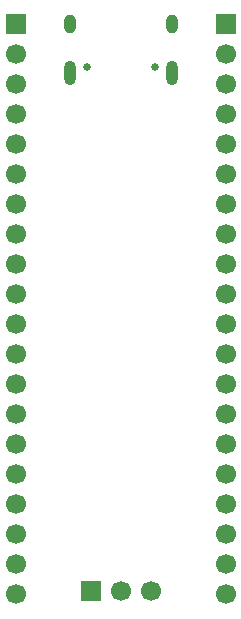
<source format=gbr>
%TF.GenerationSoftware,KiCad,Pcbnew,9.0.1*%
%TF.CreationDate,2026-01-11T04:45:37+00:00*%
%TF.ProjectId,heidi-pico,68656964-692d-4706-9963-6f2e6b696361,rev?*%
%TF.SameCoordinates,Original*%
%TF.FileFunction,Soldermask,Bot*%
%TF.FilePolarity,Negative*%
%FSLAX46Y46*%
G04 Gerber Fmt 4.6, Leading zero omitted, Abs format (unit mm)*
G04 Created by KiCad (PCBNEW 9.0.1) date 2026-01-11 04:45:37*
%MOMM*%
%LPD*%
G01*
G04 APERTURE LIST*
%ADD10R,1.700000X1.700000*%
%ADD11C,1.700000*%
%ADD12C,0.650000*%
%ADD13O,1.000000X2.100000*%
%ADD14O,1.000000X1.600000*%
G04 APERTURE END LIST*
D10*
%TO.C,J3*%
X83460000Y-75970000D03*
D11*
X83460000Y-78510000D03*
X83460000Y-81050000D03*
X83460000Y-83590000D03*
X83460000Y-86130000D03*
X83460000Y-88670000D03*
X83460000Y-91210000D03*
X83460000Y-93750000D03*
X83460000Y-96290000D03*
X83460000Y-98830000D03*
X83460000Y-101370000D03*
X83460000Y-103910000D03*
X83460000Y-106450000D03*
X83460000Y-108990000D03*
X83460000Y-111530000D03*
X83460000Y-114070000D03*
X83460000Y-116610000D03*
X83460000Y-119150000D03*
X83460000Y-121690000D03*
X83460000Y-124230000D03*
%TD*%
D10*
%TO.C,J2*%
X89810000Y-123990000D03*
D11*
X92350000Y-123990000D03*
X94890000Y-123990000D03*
%TD*%
D12*
%TO.C,J1*%
X95240000Y-79562000D03*
X89460000Y-79562000D03*
D13*
X96670000Y-80092000D03*
D14*
X96670000Y-75912000D03*
D13*
X88030000Y-80092000D03*
D14*
X88030000Y-75912000D03*
%TD*%
D10*
%TO.C,J4*%
X101240000Y-75970000D03*
D11*
X101240000Y-78510000D03*
X101240000Y-81050000D03*
X101240000Y-83590000D03*
X101240000Y-86130000D03*
X101240000Y-88670000D03*
X101240000Y-91210000D03*
X101240000Y-93750000D03*
X101240000Y-96290000D03*
X101240000Y-98830000D03*
X101240000Y-101370000D03*
X101240000Y-103910000D03*
X101240000Y-106450000D03*
X101240000Y-108990000D03*
X101240000Y-111530000D03*
X101240000Y-114070000D03*
X101240000Y-116610000D03*
X101240000Y-119150000D03*
X101240000Y-121690000D03*
X101240000Y-124230000D03*
%TD*%
M02*

</source>
